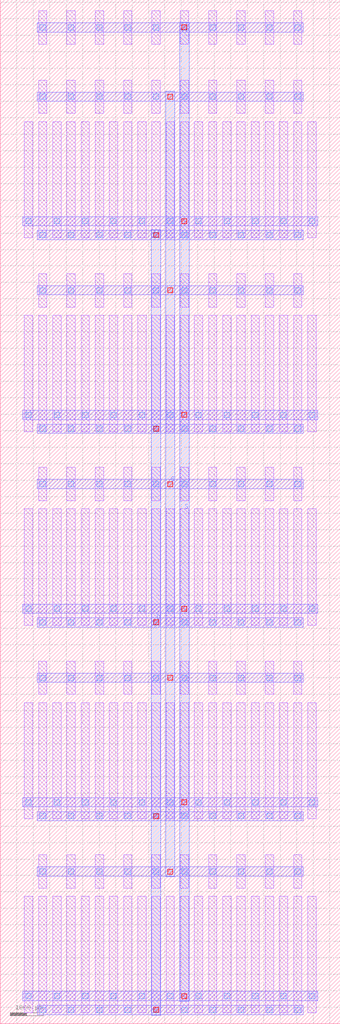
<source format=lef>
MACRO NMOS_S_33976710_X10_Y5
  UNITS 
    DATABASE MICRONS UNITS 1000;
  END UNITS 
  ORIGIN 0 0 ;
  FOREIGN NMOS_S_33976710_X10_Y5 0 0 ;
  SIZE 10320 BY 31080 ;
  PIN D
    DIRECTION INOUT ;
    USE SIGNAL ;
    PORT
      LAYER M3 ;
        RECT 4590 260 4870 24100 ;
    END
  END D
  PIN G
    DIRECTION INOUT ;
    USE SIGNAL ;
    PORT
      LAYER M3 ;
        RECT 5020 4460 5300 28300 ;
    END
  END G
  PIN S
    DIRECTION INOUT ;
    USE SIGNAL ;
    PORT
      LAYER M3 ;
        RECT 5450 680 5730 30400 ;
    END
  END S
  OBS
    LAYER M1 ;
      RECT 1165 335 1415 3865 ;
    LAYER M1 ;
      RECT 1165 4115 1415 5125 ;
    LAYER M1 ;
      RECT 1165 6215 1415 9745 ;
    LAYER M1 ;
      RECT 1165 9995 1415 11005 ;
    LAYER M1 ;
      RECT 1165 12095 1415 15625 ;
    LAYER M1 ;
      RECT 1165 15875 1415 16885 ;
    LAYER M1 ;
      RECT 1165 17975 1415 21505 ;
    LAYER M1 ;
      RECT 1165 21755 1415 22765 ;
    LAYER M1 ;
      RECT 1165 23855 1415 27385 ;
    LAYER M1 ;
      RECT 1165 27635 1415 28645 ;
    LAYER M1 ;
      RECT 1165 29735 1415 30745 ;
    LAYER M1 ;
      RECT 735 335 985 3865 ;
    LAYER M1 ;
      RECT 735 6215 985 9745 ;
    LAYER M1 ;
      RECT 735 12095 985 15625 ;
    LAYER M1 ;
      RECT 735 17975 985 21505 ;
    LAYER M1 ;
      RECT 735 23855 985 27385 ;
    LAYER M1 ;
      RECT 1595 335 1845 3865 ;
    LAYER M1 ;
      RECT 1595 6215 1845 9745 ;
    LAYER M1 ;
      RECT 1595 12095 1845 15625 ;
    LAYER M1 ;
      RECT 1595 17975 1845 21505 ;
    LAYER M1 ;
      RECT 1595 23855 1845 27385 ;
    LAYER M1 ;
      RECT 2025 335 2275 3865 ;
    LAYER M1 ;
      RECT 2025 4115 2275 5125 ;
    LAYER M1 ;
      RECT 2025 6215 2275 9745 ;
    LAYER M1 ;
      RECT 2025 9995 2275 11005 ;
    LAYER M1 ;
      RECT 2025 12095 2275 15625 ;
    LAYER M1 ;
      RECT 2025 15875 2275 16885 ;
    LAYER M1 ;
      RECT 2025 17975 2275 21505 ;
    LAYER M1 ;
      RECT 2025 21755 2275 22765 ;
    LAYER M1 ;
      RECT 2025 23855 2275 27385 ;
    LAYER M1 ;
      RECT 2025 27635 2275 28645 ;
    LAYER M1 ;
      RECT 2025 29735 2275 30745 ;
    LAYER M1 ;
      RECT 2455 335 2705 3865 ;
    LAYER M1 ;
      RECT 2455 6215 2705 9745 ;
    LAYER M1 ;
      RECT 2455 12095 2705 15625 ;
    LAYER M1 ;
      RECT 2455 17975 2705 21505 ;
    LAYER M1 ;
      RECT 2455 23855 2705 27385 ;
    LAYER M1 ;
      RECT 2885 335 3135 3865 ;
    LAYER M1 ;
      RECT 2885 4115 3135 5125 ;
    LAYER M1 ;
      RECT 2885 6215 3135 9745 ;
    LAYER M1 ;
      RECT 2885 9995 3135 11005 ;
    LAYER M1 ;
      RECT 2885 12095 3135 15625 ;
    LAYER M1 ;
      RECT 2885 15875 3135 16885 ;
    LAYER M1 ;
      RECT 2885 17975 3135 21505 ;
    LAYER M1 ;
      RECT 2885 21755 3135 22765 ;
    LAYER M1 ;
      RECT 2885 23855 3135 27385 ;
    LAYER M1 ;
      RECT 2885 27635 3135 28645 ;
    LAYER M1 ;
      RECT 2885 29735 3135 30745 ;
    LAYER M1 ;
      RECT 3315 335 3565 3865 ;
    LAYER M1 ;
      RECT 3315 6215 3565 9745 ;
    LAYER M1 ;
      RECT 3315 12095 3565 15625 ;
    LAYER M1 ;
      RECT 3315 17975 3565 21505 ;
    LAYER M1 ;
      RECT 3315 23855 3565 27385 ;
    LAYER M1 ;
      RECT 3745 335 3995 3865 ;
    LAYER M1 ;
      RECT 3745 4115 3995 5125 ;
    LAYER M1 ;
      RECT 3745 6215 3995 9745 ;
    LAYER M1 ;
      RECT 3745 9995 3995 11005 ;
    LAYER M1 ;
      RECT 3745 12095 3995 15625 ;
    LAYER M1 ;
      RECT 3745 15875 3995 16885 ;
    LAYER M1 ;
      RECT 3745 17975 3995 21505 ;
    LAYER M1 ;
      RECT 3745 21755 3995 22765 ;
    LAYER M1 ;
      RECT 3745 23855 3995 27385 ;
    LAYER M1 ;
      RECT 3745 27635 3995 28645 ;
    LAYER M1 ;
      RECT 3745 29735 3995 30745 ;
    LAYER M1 ;
      RECT 4175 335 4425 3865 ;
    LAYER M1 ;
      RECT 4175 6215 4425 9745 ;
    LAYER M1 ;
      RECT 4175 12095 4425 15625 ;
    LAYER M1 ;
      RECT 4175 17975 4425 21505 ;
    LAYER M1 ;
      RECT 4175 23855 4425 27385 ;
    LAYER M1 ;
      RECT 4605 335 4855 3865 ;
    LAYER M1 ;
      RECT 4605 4115 4855 5125 ;
    LAYER M1 ;
      RECT 4605 6215 4855 9745 ;
    LAYER M1 ;
      RECT 4605 9995 4855 11005 ;
    LAYER M1 ;
      RECT 4605 12095 4855 15625 ;
    LAYER M1 ;
      RECT 4605 15875 4855 16885 ;
    LAYER M1 ;
      RECT 4605 17975 4855 21505 ;
    LAYER M1 ;
      RECT 4605 21755 4855 22765 ;
    LAYER M1 ;
      RECT 4605 23855 4855 27385 ;
    LAYER M1 ;
      RECT 4605 27635 4855 28645 ;
    LAYER M1 ;
      RECT 4605 29735 4855 30745 ;
    LAYER M1 ;
      RECT 5035 335 5285 3865 ;
    LAYER M1 ;
      RECT 5035 6215 5285 9745 ;
    LAYER M1 ;
      RECT 5035 12095 5285 15625 ;
    LAYER M1 ;
      RECT 5035 17975 5285 21505 ;
    LAYER M1 ;
      RECT 5035 23855 5285 27385 ;
    LAYER M1 ;
      RECT 5465 335 5715 3865 ;
    LAYER M1 ;
      RECT 5465 4115 5715 5125 ;
    LAYER M1 ;
      RECT 5465 6215 5715 9745 ;
    LAYER M1 ;
      RECT 5465 9995 5715 11005 ;
    LAYER M1 ;
      RECT 5465 12095 5715 15625 ;
    LAYER M1 ;
      RECT 5465 15875 5715 16885 ;
    LAYER M1 ;
      RECT 5465 17975 5715 21505 ;
    LAYER M1 ;
      RECT 5465 21755 5715 22765 ;
    LAYER M1 ;
      RECT 5465 23855 5715 27385 ;
    LAYER M1 ;
      RECT 5465 27635 5715 28645 ;
    LAYER M1 ;
      RECT 5465 29735 5715 30745 ;
    LAYER M1 ;
      RECT 5895 335 6145 3865 ;
    LAYER M1 ;
      RECT 5895 6215 6145 9745 ;
    LAYER M1 ;
      RECT 5895 12095 6145 15625 ;
    LAYER M1 ;
      RECT 5895 17975 6145 21505 ;
    LAYER M1 ;
      RECT 5895 23855 6145 27385 ;
    LAYER M1 ;
      RECT 6325 335 6575 3865 ;
    LAYER M1 ;
      RECT 6325 4115 6575 5125 ;
    LAYER M1 ;
      RECT 6325 6215 6575 9745 ;
    LAYER M1 ;
      RECT 6325 9995 6575 11005 ;
    LAYER M1 ;
      RECT 6325 12095 6575 15625 ;
    LAYER M1 ;
      RECT 6325 15875 6575 16885 ;
    LAYER M1 ;
      RECT 6325 17975 6575 21505 ;
    LAYER M1 ;
      RECT 6325 21755 6575 22765 ;
    LAYER M1 ;
      RECT 6325 23855 6575 27385 ;
    LAYER M1 ;
      RECT 6325 27635 6575 28645 ;
    LAYER M1 ;
      RECT 6325 29735 6575 30745 ;
    LAYER M1 ;
      RECT 6755 335 7005 3865 ;
    LAYER M1 ;
      RECT 6755 6215 7005 9745 ;
    LAYER M1 ;
      RECT 6755 12095 7005 15625 ;
    LAYER M1 ;
      RECT 6755 17975 7005 21505 ;
    LAYER M1 ;
      RECT 6755 23855 7005 27385 ;
    LAYER M1 ;
      RECT 7185 335 7435 3865 ;
    LAYER M1 ;
      RECT 7185 4115 7435 5125 ;
    LAYER M1 ;
      RECT 7185 6215 7435 9745 ;
    LAYER M1 ;
      RECT 7185 9995 7435 11005 ;
    LAYER M1 ;
      RECT 7185 12095 7435 15625 ;
    LAYER M1 ;
      RECT 7185 15875 7435 16885 ;
    LAYER M1 ;
      RECT 7185 17975 7435 21505 ;
    LAYER M1 ;
      RECT 7185 21755 7435 22765 ;
    LAYER M1 ;
      RECT 7185 23855 7435 27385 ;
    LAYER M1 ;
      RECT 7185 27635 7435 28645 ;
    LAYER M1 ;
      RECT 7185 29735 7435 30745 ;
    LAYER M1 ;
      RECT 7615 335 7865 3865 ;
    LAYER M1 ;
      RECT 7615 6215 7865 9745 ;
    LAYER M1 ;
      RECT 7615 12095 7865 15625 ;
    LAYER M1 ;
      RECT 7615 17975 7865 21505 ;
    LAYER M1 ;
      RECT 7615 23855 7865 27385 ;
    LAYER M1 ;
      RECT 8045 335 8295 3865 ;
    LAYER M1 ;
      RECT 8045 4115 8295 5125 ;
    LAYER M1 ;
      RECT 8045 6215 8295 9745 ;
    LAYER M1 ;
      RECT 8045 9995 8295 11005 ;
    LAYER M1 ;
      RECT 8045 12095 8295 15625 ;
    LAYER M1 ;
      RECT 8045 15875 8295 16885 ;
    LAYER M1 ;
      RECT 8045 17975 8295 21505 ;
    LAYER M1 ;
      RECT 8045 21755 8295 22765 ;
    LAYER M1 ;
      RECT 8045 23855 8295 27385 ;
    LAYER M1 ;
      RECT 8045 27635 8295 28645 ;
    LAYER M1 ;
      RECT 8045 29735 8295 30745 ;
    LAYER M1 ;
      RECT 8475 335 8725 3865 ;
    LAYER M1 ;
      RECT 8475 6215 8725 9745 ;
    LAYER M1 ;
      RECT 8475 12095 8725 15625 ;
    LAYER M1 ;
      RECT 8475 17975 8725 21505 ;
    LAYER M1 ;
      RECT 8475 23855 8725 27385 ;
    LAYER M1 ;
      RECT 8905 335 9155 3865 ;
    LAYER M1 ;
      RECT 8905 4115 9155 5125 ;
    LAYER M1 ;
      RECT 8905 6215 9155 9745 ;
    LAYER M1 ;
      RECT 8905 9995 9155 11005 ;
    LAYER M1 ;
      RECT 8905 12095 9155 15625 ;
    LAYER M1 ;
      RECT 8905 15875 9155 16885 ;
    LAYER M1 ;
      RECT 8905 17975 9155 21505 ;
    LAYER M1 ;
      RECT 8905 21755 9155 22765 ;
    LAYER M1 ;
      RECT 8905 23855 9155 27385 ;
    LAYER M1 ;
      RECT 8905 27635 9155 28645 ;
    LAYER M1 ;
      RECT 8905 29735 9155 30745 ;
    LAYER M1 ;
      RECT 9335 335 9585 3865 ;
    LAYER M1 ;
      RECT 9335 6215 9585 9745 ;
    LAYER M1 ;
      RECT 9335 12095 9585 15625 ;
    LAYER M1 ;
      RECT 9335 17975 9585 21505 ;
    LAYER M1 ;
      RECT 9335 23855 9585 27385 ;
    LAYER M2 ;
      RECT 1120 280 9200 560 ;
    LAYER M2 ;
      RECT 1120 4480 9200 4760 ;
    LAYER M2 ;
      RECT 690 700 9630 980 ;
    LAYER M2 ;
      RECT 1120 6160 9200 6440 ;
    LAYER M2 ;
      RECT 1120 10360 9200 10640 ;
    LAYER M2 ;
      RECT 690 6580 9630 6860 ;
    LAYER M2 ;
      RECT 1120 12040 9200 12320 ;
    LAYER M2 ;
      RECT 1120 16240 9200 16520 ;
    LAYER M2 ;
      RECT 690 12460 9630 12740 ;
    LAYER M2 ;
      RECT 1120 17920 9200 18200 ;
    LAYER M2 ;
      RECT 1120 22120 9200 22400 ;
    LAYER M2 ;
      RECT 690 18340 9630 18620 ;
    LAYER M2 ;
      RECT 1120 23800 9200 24080 ;
    LAYER M2 ;
      RECT 1120 28000 9200 28280 ;
    LAYER M2 ;
      RECT 1120 30100 9200 30380 ;
    LAYER M2 ;
      RECT 690 24220 9630 24500 ;
    LAYER V1 ;
      RECT 1205 335 1375 505 ;
    LAYER V1 ;
      RECT 1205 4535 1375 4705 ;
    LAYER V1 ;
      RECT 1205 6215 1375 6385 ;
    LAYER V1 ;
      RECT 1205 10415 1375 10585 ;
    LAYER V1 ;
      RECT 1205 12095 1375 12265 ;
    LAYER V1 ;
      RECT 1205 16295 1375 16465 ;
    LAYER V1 ;
      RECT 1205 17975 1375 18145 ;
    LAYER V1 ;
      RECT 1205 22175 1375 22345 ;
    LAYER V1 ;
      RECT 1205 23855 1375 24025 ;
    LAYER V1 ;
      RECT 1205 28055 1375 28225 ;
    LAYER V1 ;
      RECT 1205 30155 1375 30325 ;
    LAYER V1 ;
      RECT 2065 335 2235 505 ;
    LAYER V1 ;
      RECT 2065 4535 2235 4705 ;
    LAYER V1 ;
      RECT 2065 6215 2235 6385 ;
    LAYER V1 ;
      RECT 2065 10415 2235 10585 ;
    LAYER V1 ;
      RECT 2065 12095 2235 12265 ;
    LAYER V1 ;
      RECT 2065 16295 2235 16465 ;
    LAYER V1 ;
      RECT 2065 17975 2235 18145 ;
    LAYER V1 ;
      RECT 2065 22175 2235 22345 ;
    LAYER V1 ;
      RECT 2065 23855 2235 24025 ;
    LAYER V1 ;
      RECT 2065 28055 2235 28225 ;
    LAYER V1 ;
      RECT 2065 30155 2235 30325 ;
    LAYER V1 ;
      RECT 2925 335 3095 505 ;
    LAYER V1 ;
      RECT 2925 4535 3095 4705 ;
    LAYER V1 ;
      RECT 2925 6215 3095 6385 ;
    LAYER V1 ;
      RECT 2925 10415 3095 10585 ;
    LAYER V1 ;
      RECT 2925 12095 3095 12265 ;
    LAYER V1 ;
      RECT 2925 16295 3095 16465 ;
    LAYER V1 ;
      RECT 2925 17975 3095 18145 ;
    LAYER V1 ;
      RECT 2925 22175 3095 22345 ;
    LAYER V1 ;
      RECT 2925 23855 3095 24025 ;
    LAYER V1 ;
      RECT 2925 28055 3095 28225 ;
    LAYER V1 ;
      RECT 2925 30155 3095 30325 ;
    LAYER V1 ;
      RECT 3785 335 3955 505 ;
    LAYER V1 ;
      RECT 3785 4535 3955 4705 ;
    LAYER V1 ;
      RECT 3785 6215 3955 6385 ;
    LAYER V1 ;
      RECT 3785 10415 3955 10585 ;
    LAYER V1 ;
      RECT 3785 12095 3955 12265 ;
    LAYER V1 ;
      RECT 3785 16295 3955 16465 ;
    LAYER V1 ;
      RECT 3785 17975 3955 18145 ;
    LAYER V1 ;
      RECT 3785 22175 3955 22345 ;
    LAYER V1 ;
      RECT 3785 23855 3955 24025 ;
    LAYER V1 ;
      RECT 3785 28055 3955 28225 ;
    LAYER V1 ;
      RECT 3785 30155 3955 30325 ;
    LAYER V1 ;
      RECT 4645 335 4815 505 ;
    LAYER V1 ;
      RECT 4645 4535 4815 4705 ;
    LAYER V1 ;
      RECT 4645 6215 4815 6385 ;
    LAYER V1 ;
      RECT 4645 10415 4815 10585 ;
    LAYER V1 ;
      RECT 4645 12095 4815 12265 ;
    LAYER V1 ;
      RECT 4645 16295 4815 16465 ;
    LAYER V1 ;
      RECT 4645 17975 4815 18145 ;
    LAYER V1 ;
      RECT 4645 22175 4815 22345 ;
    LAYER V1 ;
      RECT 4645 23855 4815 24025 ;
    LAYER V1 ;
      RECT 4645 28055 4815 28225 ;
    LAYER V1 ;
      RECT 4645 30155 4815 30325 ;
    LAYER V1 ;
      RECT 5505 335 5675 505 ;
    LAYER V1 ;
      RECT 5505 4535 5675 4705 ;
    LAYER V1 ;
      RECT 5505 6215 5675 6385 ;
    LAYER V1 ;
      RECT 5505 10415 5675 10585 ;
    LAYER V1 ;
      RECT 5505 12095 5675 12265 ;
    LAYER V1 ;
      RECT 5505 16295 5675 16465 ;
    LAYER V1 ;
      RECT 5505 17975 5675 18145 ;
    LAYER V1 ;
      RECT 5505 22175 5675 22345 ;
    LAYER V1 ;
      RECT 5505 23855 5675 24025 ;
    LAYER V1 ;
      RECT 5505 28055 5675 28225 ;
    LAYER V1 ;
      RECT 5505 30155 5675 30325 ;
    LAYER V1 ;
      RECT 6365 335 6535 505 ;
    LAYER V1 ;
      RECT 6365 4535 6535 4705 ;
    LAYER V1 ;
      RECT 6365 6215 6535 6385 ;
    LAYER V1 ;
      RECT 6365 10415 6535 10585 ;
    LAYER V1 ;
      RECT 6365 12095 6535 12265 ;
    LAYER V1 ;
      RECT 6365 16295 6535 16465 ;
    LAYER V1 ;
      RECT 6365 17975 6535 18145 ;
    LAYER V1 ;
      RECT 6365 22175 6535 22345 ;
    LAYER V1 ;
      RECT 6365 23855 6535 24025 ;
    LAYER V1 ;
      RECT 6365 28055 6535 28225 ;
    LAYER V1 ;
      RECT 6365 30155 6535 30325 ;
    LAYER V1 ;
      RECT 7225 335 7395 505 ;
    LAYER V1 ;
      RECT 7225 4535 7395 4705 ;
    LAYER V1 ;
      RECT 7225 6215 7395 6385 ;
    LAYER V1 ;
      RECT 7225 10415 7395 10585 ;
    LAYER V1 ;
      RECT 7225 12095 7395 12265 ;
    LAYER V1 ;
      RECT 7225 16295 7395 16465 ;
    LAYER V1 ;
      RECT 7225 17975 7395 18145 ;
    LAYER V1 ;
      RECT 7225 22175 7395 22345 ;
    LAYER V1 ;
      RECT 7225 23855 7395 24025 ;
    LAYER V1 ;
      RECT 7225 28055 7395 28225 ;
    LAYER V1 ;
      RECT 7225 30155 7395 30325 ;
    LAYER V1 ;
      RECT 8085 335 8255 505 ;
    LAYER V1 ;
      RECT 8085 4535 8255 4705 ;
    LAYER V1 ;
      RECT 8085 6215 8255 6385 ;
    LAYER V1 ;
      RECT 8085 10415 8255 10585 ;
    LAYER V1 ;
      RECT 8085 12095 8255 12265 ;
    LAYER V1 ;
      RECT 8085 16295 8255 16465 ;
    LAYER V1 ;
      RECT 8085 17975 8255 18145 ;
    LAYER V1 ;
      RECT 8085 22175 8255 22345 ;
    LAYER V1 ;
      RECT 8085 23855 8255 24025 ;
    LAYER V1 ;
      RECT 8085 28055 8255 28225 ;
    LAYER V1 ;
      RECT 8085 30155 8255 30325 ;
    LAYER V1 ;
      RECT 8945 335 9115 505 ;
    LAYER V1 ;
      RECT 8945 4535 9115 4705 ;
    LAYER V1 ;
      RECT 8945 6215 9115 6385 ;
    LAYER V1 ;
      RECT 8945 10415 9115 10585 ;
    LAYER V1 ;
      RECT 8945 12095 9115 12265 ;
    LAYER V1 ;
      RECT 8945 16295 9115 16465 ;
    LAYER V1 ;
      RECT 8945 17975 9115 18145 ;
    LAYER V1 ;
      RECT 8945 22175 9115 22345 ;
    LAYER V1 ;
      RECT 8945 23855 9115 24025 ;
    LAYER V1 ;
      RECT 8945 28055 9115 28225 ;
    LAYER V1 ;
      RECT 8945 30155 9115 30325 ;
    LAYER V1 ;
      RECT 775 755 945 925 ;
    LAYER V1 ;
      RECT 775 6635 945 6805 ;
    LAYER V1 ;
      RECT 775 12515 945 12685 ;
    LAYER V1 ;
      RECT 775 18395 945 18565 ;
    LAYER V1 ;
      RECT 775 24275 945 24445 ;
    LAYER V1 ;
      RECT 1635 755 1805 925 ;
    LAYER V1 ;
      RECT 1635 6635 1805 6805 ;
    LAYER V1 ;
      RECT 1635 12515 1805 12685 ;
    LAYER V1 ;
      RECT 1635 18395 1805 18565 ;
    LAYER V1 ;
      RECT 1635 24275 1805 24445 ;
    LAYER V1 ;
      RECT 2495 755 2665 925 ;
    LAYER V1 ;
      RECT 2495 6635 2665 6805 ;
    LAYER V1 ;
      RECT 2495 12515 2665 12685 ;
    LAYER V1 ;
      RECT 2495 18395 2665 18565 ;
    LAYER V1 ;
      RECT 2495 24275 2665 24445 ;
    LAYER V1 ;
      RECT 3355 755 3525 925 ;
    LAYER V1 ;
      RECT 3355 6635 3525 6805 ;
    LAYER V1 ;
      RECT 3355 12515 3525 12685 ;
    LAYER V1 ;
      RECT 3355 18395 3525 18565 ;
    LAYER V1 ;
      RECT 3355 24275 3525 24445 ;
    LAYER V1 ;
      RECT 4215 755 4385 925 ;
    LAYER V1 ;
      RECT 4215 6635 4385 6805 ;
    LAYER V1 ;
      RECT 4215 12515 4385 12685 ;
    LAYER V1 ;
      RECT 4215 18395 4385 18565 ;
    LAYER V1 ;
      RECT 4215 24275 4385 24445 ;
    LAYER V1 ;
      RECT 5075 755 5245 925 ;
    LAYER V1 ;
      RECT 5075 6635 5245 6805 ;
    LAYER V1 ;
      RECT 5075 12515 5245 12685 ;
    LAYER V1 ;
      RECT 5075 18395 5245 18565 ;
    LAYER V1 ;
      RECT 5075 24275 5245 24445 ;
    LAYER V1 ;
      RECT 5935 755 6105 925 ;
    LAYER V1 ;
      RECT 5935 6635 6105 6805 ;
    LAYER V1 ;
      RECT 5935 12515 6105 12685 ;
    LAYER V1 ;
      RECT 5935 18395 6105 18565 ;
    LAYER V1 ;
      RECT 5935 24275 6105 24445 ;
    LAYER V1 ;
      RECT 6795 755 6965 925 ;
    LAYER V1 ;
      RECT 6795 6635 6965 6805 ;
    LAYER V1 ;
      RECT 6795 12515 6965 12685 ;
    LAYER V1 ;
      RECT 6795 18395 6965 18565 ;
    LAYER V1 ;
      RECT 6795 24275 6965 24445 ;
    LAYER V1 ;
      RECT 7655 755 7825 925 ;
    LAYER V1 ;
      RECT 7655 6635 7825 6805 ;
    LAYER V1 ;
      RECT 7655 12515 7825 12685 ;
    LAYER V1 ;
      RECT 7655 18395 7825 18565 ;
    LAYER V1 ;
      RECT 7655 24275 7825 24445 ;
    LAYER V1 ;
      RECT 8515 755 8685 925 ;
    LAYER V1 ;
      RECT 8515 6635 8685 6805 ;
    LAYER V1 ;
      RECT 8515 12515 8685 12685 ;
    LAYER V1 ;
      RECT 8515 18395 8685 18565 ;
    LAYER V1 ;
      RECT 8515 24275 8685 24445 ;
    LAYER V1 ;
      RECT 9375 755 9545 925 ;
    LAYER V1 ;
      RECT 9375 6635 9545 6805 ;
    LAYER V1 ;
      RECT 9375 12515 9545 12685 ;
    LAYER V1 ;
      RECT 9375 18395 9545 18565 ;
    LAYER V1 ;
      RECT 9375 24275 9545 24445 ;
    LAYER V2 ;
      RECT 4655 345 4805 495 ;
    LAYER V2 ;
      RECT 4655 6225 4805 6375 ;
    LAYER V2 ;
      RECT 4655 12105 4805 12255 ;
    LAYER V2 ;
      RECT 4655 17985 4805 18135 ;
    LAYER V2 ;
      RECT 4655 23865 4805 24015 ;
    LAYER V2 ;
      RECT 5085 4545 5235 4695 ;
    LAYER V2 ;
      RECT 5085 10425 5235 10575 ;
    LAYER V2 ;
      RECT 5085 16305 5235 16455 ;
    LAYER V2 ;
      RECT 5085 22185 5235 22335 ;
    LAYER V2 ;
      RECT 5085 28065 5235 28215 ;
    LAYER V2 ;
      RECT 5515 765 5665 915 ;
    LAYER V2 ;
      RECT 5515 6645 5665 6795 ;
    LAYER V2 ;
      RECT 5515 12525 5665 12675 ;
    LAYER V2 ;
      RECT 5515 18405 5665 18555 ;
    LAYER V2 ;
      RECT 5515 24285 5665 24435 ;
    LAYER V2 ;
      RECT 5515 30165 5665 30315 ;
  END
END NMOS_S_33976710_X10_Y5

</source>
